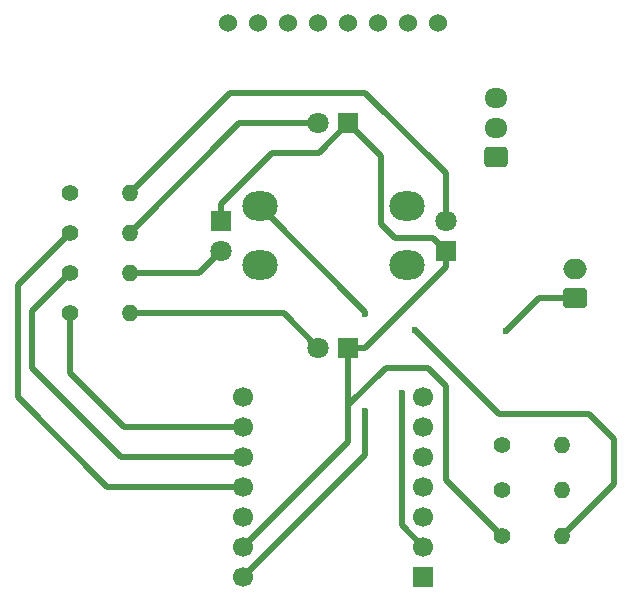
<source format=gbr>
%TF.GenerationSoftware,KiCad,Pcbnew,8.0.3-8.0.3-0~ubuntu22.04.1*%
%TF.CreationDate,2024-06-11T22:30:15+02:00*%
%TF.ProjectId,Air_PCB,4169725f-5043-4422-9e6b-696361645f70,rev?*%
%TF.SameCoordinates,Original*%
%TF.FileFunction,Copper,L2,Bot*%
%TF.FilePolarity,Positive*%
%FSLAX46Y46*%
G04 Gerber Fmt 4.6, Leading zero omitted, Abs format (unit mm)*
G04 Created by KiCad (PCBNEW 8.0.3-8.0.3-0~ubuntu22.04.1) date 2024-06-11 22:30:15*
%MOMM*%
%LPD*%
G01*
G04 APERTURE LIST*
G04 Aperture macros list*
%AMRoundRect*
0 Rectangle with rounded corners*
0 $1 Rounding radius*
0 $2 $3 $4 $5 $6 $7 $8 $9 X,Y pos of 4 corners*
0 Add a 4 corners polygon primitive as box body*
4,1,4,$2,$3,$4,$5,$6,$7,$8,$9,$2,$3,0*
0 Add four circle primitives for the rounded corners*
1,1,$1+$1,$2,$3*
1,1,$1+$1,$4,$5*
1,1,$1+$1,$6,$7*
1,1,$1+$1,$8,$9*
0 Add four rect primitives between the rounded corners*
20,1,$1+$1,$2,$3,$4,$5,0*
20,1,$1+$1,$4,$5,$6,$7,0*
20,1,$1+$1,$6,$7,$8,$9,0*
20,1,$1+$1,$8,$9,$2,$3,0*%
G04 Aperture macros list end*
%TA.AperFunction,ComponentPad*%
%ADD10O,3.000000X2.500000*%
%TD*%
%TA.AperFunction,ComponentPad*%
%ADD11C,1.400000*%
%TD*%
%TA.AperFunction,ComponentPad*%
%ADD12O,1.400000X1.400000*%
%TD*%
%TA.AperFunction,ComponentPad*%
%ADD13RoundRect,0.250000X0.725000X-0.600000X0.725000X0.600000X-0.725000X0.600000X-0.725000X-0.600000X0*%
%TD*%
%TA.AperFunction,ComponentPad*%
%ADD14O,1.950000X1.700000*%
%TD*%
%TA.AperFunction,ComponentPad*%
%ADD15R,1.800000X1.800000*%
%TD*%
%TA.AperFunction,ComponentPad*%
%ADD16C,1.800000*%
%TD*%
%TA.AperFunction,ComponentPad*%
%ADD17C,1.524000*%
%TD*%
%TA.AperFunction,ComponentPad*%
%ADD18C,1.700000*%
%TD*%
%TA.AperFunction,ComponentPad*%
%ADD19R,1.700000X1.700000*%
%TD*%
%TA.AperFunction,ComponentPad*%
%ADD20RoundRect,0.250000X0.750000X-0.600000X0.750000X0.600000X-0.750000X0.600000X-0.750000X-0.600000X0*%
%TD*%
%TA.AperFunction,ComponentPad*%
%ADD21O,2.000000X1.700000*%
%TD*%
%TA.AperFunction,ViaPad*%
%ADD22C,0.600000*%
%TD*%
%TA.AperFunction,Conductor*%
%ADD23C,0.500000*%
%TD*%
G04 APERTURE END LIST*
D10*
%TO.P,SW1,3,3*%
%TO.N,Net-(M1-VUSB)*%
X133750000Y-117500000D03*
%TO.P,SW1,1,1*%
%TO.N,unconnected-(SW1-Pad1)*%
X146250000Y-117500000D03*
%TO.P,SW1,4,4*%
%TO.N,Net-(R3-Pad2)*%
X133750000Y-122500000D03*
%TO.P,SW1,2,2*%
%TO.N,Net-(M1-D1{slash}A1)*%
X146250000Y-122500000D03*
%TD*%
D11*
%TO.P,R6,1*%
%TO.N,Net-(M1-D8{slash}SCK)*%
X117710000Y-126550000D03*
D12*
%TO.P,R6,2*%
%TO.N,Net-(D2-A)*%
X122790000Y-126550000D03*
%TD*%
D11*
%TO.P,R5,1*%
%TO.N,Net-(M1-D9{slash}MISO)*%
X117710000Y-123150000D03*
D12*
%TO.P,R5,2*%
%TO.N,Net-(D3-A)*%
X122790000Y-123150000D03*
%TD*%
D13*
%TO.P,SWITCH,1,Pin_1*%
%TO.N,Net-(+1-Pin_1)*%
X153800000Y-113350000D03*
D14*
%TO.P,SWITCH,2,Pin_2*%
%TO.N,Net-(J2-Pin_2)*%
X153800000Y-110850000D03*
%TO.P,SWITCH,3,Pin_3*%
%TO.N,Net-(D1-K)*%
X153800000Y-108350000D03*
%TD*%
D11*
%TO.P,R7,1*%
%TO.N,Net-(M1-D7{slash}RX{slash}SS)*%
X117710000Y-116350000D03*
D12*
%TO.P,R7,2*%
%TO.N,Net-(D1-A)*%
X122790000Y-116350000D03*
%TD*%
D11*
%TO.P,R4,1*%
%TO.N,Net-(M1-D10{slash}MOSI)*%
X117710000Y-119750000D03*
D12*
%TO.P,R4,2*%
%TO.N,Net-(D4-A)*%
X122790000Y-119750000D03*
%TD*%
D15*
%TO.P,D3,1,K*%
%TO.N,Net-(D1-K)*%
X130500000Y-118725000D03*
D16*
%TO.P,D3,2,A*%
%TO.N,Net-(D3-A)*%
X130500000Y-121265000D03*
%TD*%
D11*
%TO.P,R1,1*%
%TO.N,Net-(M1-D0{slash}A0)*%
X154300000Y-137700000D03*
D12*
%TO.P,R1,2*%
%TO.N,Net-(-1-Pin_1)*%
X159380000Y-137700000D03*
%TD*%
D11*
%TO.P,R2,1*%
%TO.N,Net-(M1-D0{slash}A0)*%
X154300000Y-141550000D03*
D12*
%TO.P,R2,2*%
%TO.N,Net-(+1-Pin_1)*%
X159380000Y-141550000D03*
%TD*%
D17*
%TO.P,U1,8,ADD*%
%TO.N,unconnected-(U1-ADD-Pad8)*%
X148890000Y-101996000D03*
%TO.P,U1,7,RST*%
%TO.N,unconnected-(U1-RST-Pad7)*%
X146350000Y-101996000D03*
%TO.P,U1,6,INT*%
%TO.N,unconnected-(U1-INT-Pad6)*%
X143810000Y-101996000D03*
%TO.P,U1,5,WAK*%
%TO.N,Net-(D1-K)*%
X141270000Y-101996000D03*
%TO.P,U1,4,SDA*%
%TO.N,Net-(M1-D4{slash}SDA)*%
X138730000Y-101996000D03*
%TO.P,U1,3,SCL*%
%TO.N,Net-(M1-D5{slash}SCL)*%
X136190000Y-101996000D03*
%TO.P,U1,2,GND*%
%TO.N,Net-(D1-K)*%
X133650000Y-101996000D03*
%TO.P,U1,1,VCC*%
%TO.N,Net-(M1-3V3)*%
X131110000Y-101996000D03*
%TD*%
D18*
%TO.P,M1,14,VUSB*%
%TO.N,Net-(M1-VUSB)*%
X132375000Y-148870000D03*
%TO.P,M1,13,GND*%
%TO.N,Net-(D1-K)*%
X132375000Y-146330000D03*
%TO.P,M1,12,3V3*%
%TO.N,Net-(M1-3V3)*%
X132375000Y-143790000D03*
%TO.P,M1,11,D10/MOSI*%
%TO.N,Net-(M1-D10{slash}MOSI)*%
X132375000Y-141250000D03*
%TO.P,M1,10,D9/MISO*%
%TO.N,Net-(M1-D9{slash}MISO)*%
X132375000Y-138710000D03*
%TO.P,M1,9,D8/SCK*%
%TO.N,Net-(M1-D8{slash}SCK)*%
X132375000Y-136170000D03*
%TO.P,M1,8,D7/RX/SS*%
%TO.N,Net-(M1-D7{slash}RX{slash}SS)*%
X132375000Y-133630000D03*
%TO.P,M1,7,D6/TX*%
%TO.N,unconnected-(M1-D6{slash}TX-Pad7)*%
X147625000Y-133630000D03*
%TO.P,M1,6,D5/SCL*%
%TO.N,Net-(M1-D5{slash}SCL)*%
X147625000Y-136170000D03*
%TO.P,M1,5,D4/SDA*%
%TO.N,Net-(M1-D4{slash}SDA)*%
X147625000Y-138710000D03*
%TO.P,M1,4,D3/A3*%
%TO.N,unconnected-(M1-D3{slash}A3-Pad4)*%
X147625000Y-141250000D03*
%TO.P,M1,3,D2/A2*%
%TO.N,unconnected-(M1-D2{slash}A2-Pad3)*%
X147625000Y-143790000D03*
%TO.P,M1,2,D1/A1*%
%TO.N,Net-(M1-D1{slash}A1)*%
X147625000Y-146330000D03*
D19*
%TO.P,M1,1,D0/A0*%
%TO.N,Net-(M1-D0{slash}A0)*%
X147625000Y-148870000D03*
%TD*%
D15*
%TO.P,D4,1,K*%
%TO.N,Net-(D1-K)*%
X141275000Y-110500000D03*
D16*
%TO.P,D4,2,A*%
%TO.N,Net-(D4-A)*%
X138735000Y-110500000D03*
%TD*%
D20*
%TO.P,BATTERY,1,Pin_1*%
%TO.N,Net-(-1-Pin_1)*%
X160475000Y-125300000D03*
D21*
%TO.P,BATTERY,2,Pin_2*%
%TO.N,Net-(J2-Pin_2)*%
X160475000Y-122800000D03*
%TD*%
D15*
%TO.P,D2,1,K*%
%TO.N,Net-(D1-K)*%
X141275000Y-129500000D03*
D16*
%TO.P,D2,2,A*%
%TO.N,Net-(D2-A)*%
X138735000Y-129500000D03*
%TD*%
D15*
%TO.P,D1,1,K*%
%TO.N,Net-(D1-K)*%
X149500000Y-121275000D03*
D16*
%TO.P,D1,2,A*%
%TO.N,Net-(D1-A)*%
X149500000Y-118735000D03*
%TD*%
D11*
%TO.P,R3,1*%
%TO.N,Net-(D1-K)*%
X154300000Y-145400000D03*
D12*
%TO.P,R3,2*%
%TO.N,Net-(R3-Pad2)*%
X159380000Y-145400000D03*
%TD*%
D22*
%TO.N,Net-(M1-VUSB)*%
X142700000Y-134850000D03*
X142700000Y-126650000D03*
%TO.N,Net-(M1-D1{slash}A1)*%
X145800000Y-133350000D03*
%TO.N,Net-(R3-Pad2)*%
X146900000Y-128000000D03*
%TO.N,Net-(-1-Pin_1)*%
X154600000Y-128100000D03*
%TD*%
D23*
%TO.N,Net-(D1-K)*%
X154300000Y-145400000D02*
X149550000Y-140650000D01*
X149550000Y-140650000D02*
X149550000Y-132700000D01*
X149550000Y-132700000D02*
X148050000Y-131200000D01*
X144425000Y-131200000D02*
X141275000Y-134350000D01*
X148050000Y-131200000D02*
X144425000Y-131200000D01*
%TO.N,Net-(R3-Pad2)*%
X159380000Y-145400000D02*
X163750000Y-141030000D01*
X163750000Y-137200000D02*
X161650000Y-135100000D01*
X163750000Y-141030000D02*
X163750000Y-137200000D01*
X161650000Y-135100000D02*
X154000000Y-135100000D01*
X154000000Y-135100000D02*
X146900000Y-128000000D01*
%TO.N,Net-(M1-D10{slash}MOSI)*%
X132375000Y-141250000D02*
X120850000Y-141250000D01*
X120850000Y-141250000D02*
X113300000Y-133700000D01*
X113300000Y-133700000D02*
X113300000Y-124160000D01*
X113300000Y-124160000D02*
X117710000Y-119750000D01*
%TO.N,Net-(M1-VUSB)*%
X142700000Y-134850000D02*
X142700000Y-138545000D01*
X133750000Y-117500000D02*
X142700000Y-126450000D01*
X142700000Y-126450000D02*
X142700000Y-126650000D01*
X142700000Y-138545000D02*
X132375000Y-148870000D01*
%TO.N,Net-(M1-D1{slash}A1)*%
X145800000Y-144505000D02*
X147625000Y-146330000D01*
X145800000Y-133350000D02*
X145800000Y-144505000D01*
%TO.N,Net-(-1-Pin_1)*%
X157400000Y-125300000D02*
X154600000Y-128100000D01*
X160475000Y-125300000D02*
X157400000Y-125300000D01*
%TO.N,Net-(D1-K)*%
X141275000Y-110500000D02*
X144050000Y-113275000D01*
X144050000Y-113275000D02*
X144050000Y-119050000D01*
X144050000Y-119050000D02*
X145200000Y-120200000D01*
X148425000Y-120200000D02*
X149500000Y-121275000D01*
X145200000Y-120200000D02*
X148425000Y-120200000D01*
X130500000Y-118725000D02*
X130500000Y-117325000D01*
X130500000Y-117325000D02*
X134825000Y-113000000D01*
X138775000Y-113000000D02*
X141275000Y-110500000D01*
X134825000Y-113000000D02*
X138775000Y-113000000D01*
%TO.N,Net-(D1-A)*%
X122790000Y-116350000D02*
X131240000Y-107900000D01*
X131240000Y-107900000D02*
X142700000Y-107900000D01*
X142700000Y-107900000D02*
X149500000Y-114700000D01*
X149500000Y-114700000D02*
X149500000Y-118735000D01*
%TO.N,Net-(D2-A)*%
X122790000Y-126550000D02*
X135785000Y-126550000D01*
X135785000Y-126550000D02*
X138735000Y-129500000D01*
%TO.N,Net-(D3-A)*%
X122790000Y-123150000D02*
X128615000Y-123150000D01*
X128615000Y-123150000D02*
X130500000Y-121265000D01*
%TO.N,Net-(D4-A)*%
X122790000Y-119750000D02*
X132040000Y-110500000D01*
X132040000Y-110500000D02*
X138735000Y-110500000D01*
%TO.N,Net-(D1-K)*%
X141275000Y-129500000D02*
X141275000Y-137430000D01*
X141275000Y-137430000D02*
X132375000Y-146330000D01*
X149500000Y-121275000D02*
X149500000Y-122675000D01*
X149500000Y-122675000D02*
X142675000Y-129500000D01*
X142675000Y-129500000D02*
X141275000Y-129500000D01*
%TO.N,Net-(M1-D9{slash}MISO)*%
X132375000Y-138710000D02*
X122010000Y-138710000D01*
X114500000Y-131200000D02*
X114500000Y-126360000D01*
X122010000Y-138710000D02*
X114500000Y-131200000D01*
X114500000Y-126360000D02*
X117710000Y-123150000D01*
%TO.N,Net-(M1-D8{slash}SCK)*%
X132375000Y-136170000D02*
X122270000Y-136170000D01*
X122270000Y-136170000D02*
X117710000Y-131610000D01*
X117710000Y-131610000D02*
X117710000Y-126550000D01*
%TD*%
M02*

</source>
